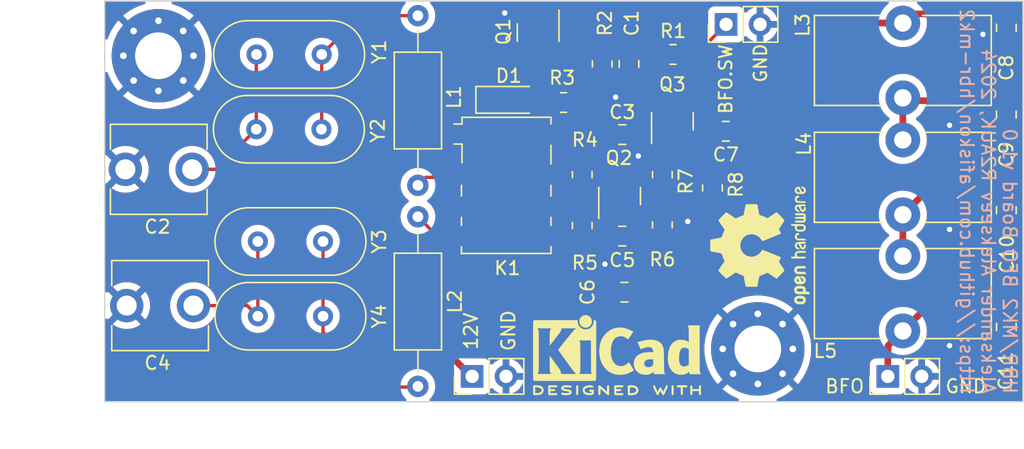
<source format=kicad_pcb>
(kicad_pcb (version 20221018) (generator pcbnew)
  (title_block (title "HBR/MK2 BFO Board") (date "2024-02-03") (rev "1.0"))
  (layers (0 "F.Cu" signal) (31 "B.Cu" signal) (34 "B.Paste" user) (35 "F.Paste" user) (36 "B.SilkS" user "B.Silkscreen") (37 "F.SilkS" user "F.Silkscreen") (38 "B.Mask" user) (39 "F.Mask" user) (44 "Edge.Cuts" user))
  (net 0 "")
  (net 1 "Net-(Q1-G)")
  (net 2 "GND")
  (net 3 "Net-(C2-Pad1)")
  (net 4 "Net-(Q2-C)")
  (net 5 "Net-(C4-Pad1)")
  (net 6 "Net-(Q2-B)")
  (net 7 "Net-(Q2-E)")
  (net 8 "Net-(Q3-E)")
  (net 9 "Net-(C7-Pad2)")
  (net 10 "Net-(C9-Pad1)")
  (net 11 "Net-(C10-Pad1)")
  (net 12 "Net-(J3-Pin_1)")
  (net 13 "+12V")
  (net 14 "Net-(D1-A)")
  (net 15 "Net-(J1-Pin_1)")
  (net 16 "Net-(K1-Pad2)")
  (net 17 "Net-(K1-Pad4)")
  (net 18 "Net-(L1-Pad2)")
  (net 19 "Net-(L2-Pad2)")
  (net 20 "Net-(Q3-B)")
  (footprint "Crystal:Crystal_HC49-U_Vertical" (layer "F.Cu") (at 101.62 88)
    (fp_text reference "Y1" (at 9.18 -0.2 90) (layer "F.SilkS"))
    (fp_text value "DNP" hide)
    (pad "1" thru_hole circle (at 0 0) (size 1.5 1.5) (drill 0.8) (layers "*.Cu" "*.Mask") (net 3 "Net-(C2-Pad1)"))
    (pad "2" thru_hole circle (at 4.88 0) (size 1.5 1.5) (drill 0.8) (layers "*.Cu" "*.Mask") (net 18 "Net-(L1-Pad2)"))
  )
  (footprint "Package_TO_SOT_SMD:SOT-23" (layer "F.Cu") (at 122.7 86.3625 -90)
    (fp_text reference "Q1" (at -0.0625 2.6 90) (layer "F.SilkS"))
    (fp_text value "2N7002" hide)
    (pad "1" smd roundrect (at -0.9375 -0.95 270) (size 1.475 0.6) (layers "F.Cu" "F.Paste" "F.Mask") (net 1 "Net-(Q1-G)"))
    (pad "2" smd roundrect (at -0.9375 0.95 270) (size 1.475 0.6) (layers "F.Cu" "F.Paste" "F.Mask") (net 2 "GND"))
    (pad "3" smd roundrect (at 0.9375 0 270) (size 1.475 0.6) (layers "F.Cu" "F.Paste" "F.Mask") (net 14 "Net-(D1-A)"))
  )
  (footprint "Resistor_SMD:R_0805_2012Metric_Pad1.20x1.40mm_HandSolder" (layer "F.Cu") (at 135.75 98 -90)
    (fp_text reference "R8" (at -0.25 -1.75 -90) (layer "F.SilkS"))
    (fp_text value "1K" hide)
    (pad "1" smd roundrect (at -1 0 270) (size 1.2 1.4) (layers "F.Cu" "F.Paste" "F.Mask") (roundrect_rratio 0.2083333333) (net 8 "Net-(Q3-E)"))
    (pad "2" smd roundrect (at 1 0 270) (size 1.2 1.4) (layers "F.Cu" "F.Paste" "F.Mask") (roundrect_rratio 0.2083333333) (net 2 "GND"))
  )
  (footprint "Resistor_SMD:R_0805_2012Metric_Pad1.20x1.40mm_HandSolder" (layer "F.Cu") (at 132.8 88 180)
    (fp_text reference "R1" (at 0 1.75) (layer "F.SilkS"))
    (fp_text value "22" hide)
    (pad "1" smd roundrect (at -1 0 180) (size 1.2 1.4) (layers "F.Cu" "F.Paste" "F.Mask") (roundrect_rratio 0.2083333333) (net 15 "Net-(J1-Pin_1)"))
    (pad "2" smd roundrect (at 1 0 180) (size 1.2 1.4) (layers "F.Cu" "F.Paste" "F.Mask") (roundrect_rratio 0.2083333333) (net 1 "Net-(Q1-G)"))
  )
  (footprint "Resistor_SMD:R_0805_2012Metric_Pad1.20x1.40mm_HandSolder" (layer "F.Cu") (at 127.5 88.7125 -90)
    (fp_text reference "R2" (at -3.05 -0.2 90) (layer "F.SilkS"))
    (fp_text value "10K" hide)
    (pad "1" smd roundrect (at -1 0 270) (size 1.2 1.4) (layers "F.Cu" "F.Paste" "F.Mask") (roundrect_rratio 0.2083333333) (net 1 "Net-(Q1-G)"))
    (pad "2" smd roundrect (at 1 0 270) (size 1.2 1.4) (layers "F.Cu" "F.Paste" "F.Mask") (roundrect_rratio 0.2083333333) (net 2 "GND"))
  )
  (footprint "Capacitor_SMD:C_0805_2012Metric_Pad1.18x1.45mm_HandSolder" (layer "F.Cu") (at 157.75 108.4 -90)
    (fp_text reference "C11" (at 3.3 0.05 90) (layer "F.SilkS"))
    (fp_text value "470p" hide)
    (pad "1" smd roundrect (at -1.0375 0 270) (size 1.175 1.45) (layers "F.Cu" "F.Paste" "F.Mask") (roundrect_rratio 0.2127659574) (net 12 "Net-(J3-Pin_1)"))
    (pad "2" smd roundrect (at 1.0375 0 270) (size 1.175 1.45) (layers "F.Cu" "F.Paste" "F.Mask") (roundrect_rratio 0.2127659574) (net 2 "GND"))
  )
  (footprint "MountingHole:MountingHole_3.5mm_Pad_Via" (layer "F.Cu") (at 139.143845 110.043845)
    (fp_text reference "H2" hide)
    (fp_text value "MountingHole_Pad" hide)
    (pad "1" thru_hole circle (at -2.625 0) (size 0.8 0.8) (drill 0.5) (layers "*.Cu" "*.Mask") (net 2 "GND"))
    (pad "1" thru_hole circle (at -1.856155 -1.856155) (size 0.8 0.8) (drill 0.5) (layers "*.Cu" "*.Mask") (net 2 "GND"))
    (pad "1" thru_hole circle (at -1.856155 1.856155) (size 0.8 0.8) (drill 0.5) (layers "*.Cu" "*.Mask") (net 2 "GND"))
    (pad "1" thru_hole circle (at 0 -2.625) (size 0.8 0.8) (drill 0.5) (layers "*.Cu" "*.Mask") (net 2 "GND"))
    (pad "1" thru_hole circle (at 0 0) (size 7 7) (drill 3.5) (layers "*.Cu" "*.Mask") (net 2 "GND"))
    (pad "1" thru_hole circle (at 0 2.625) (size 0.8 0.8) (drill 0.5) (layers "*.Cu" "*.Mask") (net 2 "GND"))
    (pad "1" thru_hole circle (at 1.856155 -1.856155) (size 0.8 0.8) (drill 0.5) (layers "*.Cu" "*.Mask") (net 2 "GND"))
    (pad "1" thru_hole circle (at 1.856155 1.856155) (size 0.8 0.8) (drill 0.5) (layers "*.Cu" "*.Mask") (net 2 "GND"))
    (pad "1" thru_hole circle (at 2.625 0) (size 0.8 0.8) (drill 0.5) (layers "*.Cu" "*.Mask") (net 2 "GND"))
  )
  (footprint "Inductor_THT:L_Toroid_Vertical_L13.0mm_W6.5mm_P5.60mm" (layer "F.Cu") (at 150 94.4)
    (fp_text reference "L4" (at -7.4 0.3 90) (layer "F.SilkS"))
    (fp_text value "T50-6" hide)
    (pad "1" thru_hole circle (at 0 0) (size 2.6 2.6) (drill 1.3) (layers "*.Cu" "*.Mask") (net 10 "Net-(C9-Pad1)"))
    (pad "2" thru_hole circle (at 0 5.6) (size 2.6 2.6) (drill 1.3) (layers "*.Cu" "*.Mask") (net 11 "Net-(C10-Pad1)"))
  )
  (footprint "Symbol:KiCad-Logo2_5mm_SilkScreen" (layer "F.Cu") (at 128.6 110.5)
    (fp_text reference "SYM1" hide)
    (fp_text value "SYM_Radio_Waves_Large" hide)
  )
  (footprint "Connector_PinHeader_2.54mm:PinHeader_1x02_P2.54mm_Vertical" (layer "F.Cu") (at 117.76 112.1 90)
    (fp_text reference "J2" hide)
    (fp_text value "Conn_01x02" hide)
    (pad "1" thru_hole rect (at 0 0 90) (size 1.7 1.7) (drill 1) (layers "*.Cu" "*.Mask") (net 13 "+12V"))
    (pad "2" thru_hole oval (at 0 2.54 90) (size 1.7 1.7) (drill 1) (layers "*.Cu" "*.Mask") (net 2 "GND"))
  )
  (footprint "Inductor_THT:L_Toroid_Vertical_L13.0mm_W6.5mm_P5.60mm" (layer "F.Cu") (at 150 85.65)
    (fp_text reference "L3" (at -7.5 0.15 90) (layer "F.SilkS"))
    (fp_text value "T50-6" hide)
    (pad "1" thru_hole circle (at 0 0) (size 2.6 2.6) (drill 1.3) (layers "*.Cu" "*.Mask") (net 9 "Net-(C7-Pad2)"))
    (pad "2" thru_hole circle (at 0 5.6) (size 2.6 2.6) (drill 1.3) (layers "*.Cu" "*.Mask") (net 10 "Net-(C9-Pad1)"))
  )
  (footprint "Symbol:OSHW-Logo2_9.8x8mm_SilkScreen" (layer "F.Cu") (at 139.3 102.3 90)
    (fp_text reference "SYM2" hide)
    (fp_text value "Logo_Open_Hardware_Small" hide)
  )
  (footprint "Relay_SMD:Relay_DPDT_Omron_G6K-2F-Y" (layer "F.Cu") (at 120.3 97.8)
    (fp_text reference "K1" (at 0.1 6.2) (layer "F.SilkS"))
    (fp_text value "G6K-2F-Y" hide)
    (pad "1" smd rect (at -3.5 -3.8) (size 1.8 0.8) (layers "F.Cu" "F.Paste" "F.Mask") (net 13 "+12V"))
    (pad "2" smd rect (at -3.5 -0.6) (size 1.8 0.8) (layers "F.Cu" "F.Paste" "F.Mask") (net 16 "Net-(K1-Pad2)"))
    (pad "3" smd rect (at -3.5 1.6) (size 1.8 0.8) (layers "F.Cu" "F.Paste" "F.Mask") (net 6 "Net-(Q2-B)"))
    (pad "4" smd rect (at -3.5 3.8) (size 1.8 0.8) (layers "F.Cu" "F.Paste" "F.Mask") (net 17 "Net-(K1-Pad4)"))
    (pad "5" smd rect (at 3.5 3.8) (size 1.8 0.8) (layers "F.Cu" "F.Paste" "F.Mask") (net 17 "Net-(K1-Pad4)"))
    (pad "6" smd rect (at 3.5 1.6) (size 1.8 0.8) (layers "F.Cu" "F.Paste" "F.Mask") (net 6 "Net-(Q2-B)"))
    (pad "7" smd rect (at 3.5 -0.6) (size 1.8 0.8) (layers "F.Cu" "F.Paste" "F.Mask") (net 16 "Net-(K1-Pad2)"))
    (pad "8" smd rect (at 3.5 -3.8) (size 1.8 0.8) (layers "F.Cu" "F.Paste" "F.Mask") (net 14 "Net-(D1-A)"))
  )
  (footprint "Resistor_SMD:R_0805_2012Metric_Pad1.20x1.40mm_HandSolder" (layer "F.Cu") (at 132 97 90)
    (fp_text reference "R7" (at -0.5 1.75 90) (layer "F.SilkS"))
    (fp_text value "1K" hide)
    (pad "1" smd roundrect (at -1 0 90) (size 1.2 1.4) (layers "F.Cu" "F.Paste" "F.Mask") (roundrect_rratio 0.2083333333) (net 7 "Net-(Q2-E)"))
    (pad "2" smd roundrect (at 1 0 90) (size 1.2 1.4) (layers "F.Cu" "F.Paste" "F.Mask") (roundrect_rratio 0.2083333333) (net 20 "Net-(Q3-B)"))
  )
  (footprint "Resistor_SMD:R_0805_2012Metric_Pad1.20x1.40mm_HandSolder" (layer "F.Cu") (at 132 100.75 -90)
    (fp_text reference "R6" (at 2.6 0 -180) (layer "F.SilkS"))
    (fp_text value "1K" hide)
    (pad "1" smd roundrect (at -1 0 270) (size 1.2 1.4) (layers "F.Cu" "F.Paste" "F.Mask") (roundrect_rratio 0.2083333333) (net 7 "Net-(Q2-E)"))
    (pad "2" smd roundrect (at 1 0 270) (size 1.2 1.4) (layers "F.Cu" "F.Paste" "F.Mask") (roundrect_rratio 0.2083333333) (net 2 "GND"))
  )
  (footprint "Capacitor_SMD:C_0805_2012Metric_Pad1.18x1.45mm_HandSolder" (layer "F.Cu") (at 129 94)
    (fp_text reference "C3" (at 0 -1.68) (layer "F.SilkS"))
    (fp_text value "0.1u" hide)
    (pad "1" smd roundrect (at -1.0375 0) (size 1.175 1.45) (layers "F.Cu" "F.Paste" "F.Mask") (roundrect_rratio 0.2127659574) (net 4 "Net-(Q2-C)"))
    (pad "2" smd roundrect (at 1.0375 0) (size 1.175 1.45) (layers "F.Cu" "F.Paste" "F.Mask") (roundrect_rratio 0.2127659574) (net 2 "GND"))
  )
  (footprint "My_Library:C_Trim_THD_L7.0mm_W6.5mm_P5.00mm" (layer "F.Cu") (at 96.8 96.6 180)
    (fp_text reference "C2" (at 2.6 -4.3) (layer "F.SilkS"))
    (fp_text value "1-30p" hide)
    (pad "1" thru_hole circle (at 0 0 180) (size 2.5 2.5) (drill 1.5) (layers "*.Cu" "*.Mask") (net 3 "Net-(C2-Pad1)"))
    (pad "2" thru_hole circle (at 5 0 180) (size 2.5 2.5) (drill 1.5) (layers "*.Cu" "*.Mask") (net 2 "GND"))
  )
  (footprint "Capacitor_SMD:C_0805_2012Metric_Pad1.18x1.45mm_HandSolder" (layer "F.Cu") (at 157.75 99.6625 -90)
    (fp_text reference "C10" (at 3.3 -0.05 -90) (layer "F.SilkS"))
    (fp_text value "680p" hide)
    (pad "1" smd roundrect (at -1.0375 0 270) (size 1.175 1.45) (layers "F.Cu" "F.Paste" "F.Mask") (roundrect_rratio 0.2127659574) (net 11 "Net-(C10-Pad1)"))
    (pad "2" smd roundrect (at 1.0375 0 270) (size 1.175 1.45) (layers "F.Cu" "F.Paste" "F.Mask") (roundrect_rratio 0.2127659574) (net 2 "GND"))
  )
  (footprint "Crystal:Crystal_HC49-U_Vertical" (layer "F.Cu") (at 101.72 102)
    (fp_text reference "Y3" (at 9.08 0 90) (layer "F.SilkS"))
    (fp_text value "9.000" hide)
    (pad "1" thru_hole circle (at 0 0) (size 1.5 1.5) (drill 0.8) (layers "*.Cu" "*.Mask") (net 5 "Net-(C4-Pad1)"))
    (pad "2" thru_hole circle (at 4.88 0) (size 1.5 1.5) (drill 0.8) (layers "*.Cu" "*.Mask") (net 19 "Net-(L2-Pad2)"))
  )
  (footprint "Resistor_SMD:R_0805_2012Metric_Pad1.20x1.40mm_HandSolder" (layer "F.Cu") (at 124.6 91.6)
    (fp_text reference "R3" (at -0.1 -1.85 180) (layer "F.SilkS"))
    (fp_text value "22" hide)
    (pad "1" smd roundrect (at -1 0) (size 1.2 1.4) (layers "F.Cu" "F.Paste" "F.Mask") (roundrect_rratio 0.2083333333) (net 13 "+12V"))
    (pad "2" smd roundrect (at 1 0) (size 1.2 1.4) (layers "F.Cu" "F.Paste" "F.Mask") (roundrect_rratio 0.2083333333) (net 4 "Net-(Q2-C)"))
  )
  (footprint "Diode_SMD:D_SOD-123" (layer "F.Cu") (at 120.4 91.4)
    (fp_text reference "D1" (at 0.1 -1.8 180) (layer "F.SilkS"))
    (fp_text value "1N4148W" hide)
    (pad "1" smd roundrect (at -1.65 0) (size 0.9 1.2) (layers "F.Cu" "F.Paste" "F.Mask") (net 13 "+12V"))
    (pad "2" smd roundrect (at 1.65 0) (size 0.9 1.2) (layers "F.Cu" "F.Paste" "F.Mask") (net 14 "Net-(D1-A)"))
  )
  (footprint "Connector_PinHeader_2.54mm:PinHeader_1x02_P2.54mm_Vertical" (layer "F.Cu") (at 148.875 112.1 90)
    (fp_text reference "J3" hide)
    (fp_text value "Conn_01x02" hide)
    (pad "1" thru_hole rect (at 0 0 90) (size 1.7 1.7) (drill 1) (layers "*.Cu" "*.Mask") (net 12 "Net-(J3-Pin_1)"))
    (pad "2" thru_hole oval (at 0 2.54 90) (size 1.7 1.7) (drill 1) (layers "*.Cu" "*.Mask") (net 2 "GND"))
  )
  (footprint "Inductor_THT:L_Axial_L7.0mm_D3.3mm_P12.70mm_Horizontal_Fastron_MICC" (layer "F.Cu") (at 113.7 100.15 -90)
    (fp_text reference "L2" (at 6.35 -2.77 90) (layer "F.SilkS"))
    (fp_text value "10u" hide)
    (pad "1" thru_hole circle (at 0 0 270) (size 1.6 1.6) (drill 0.8) (layers "*.Cu" "*.Mask") (net 17 "Net-(K1-Pad4)"))
    (pad "2" thru_hole oval (at 12.7 0 270) (size 1.6 1.6) (drill 0.8) (layers "*.Cu" "*.Mask") (net 19 "Net-(L2-Pad2)"))
  )
  (footprint "Capacitor_SMD:C_0805_2012Metric_Pad1.18x1.45mm_HandSolder" (layer "F.Cu") (at 136.75 93.75)
    (fp_text reference "C7" (at 0 1.75) (layer "F.SilkS"))
    (fp_text value "0.1u" hide)
    (pad "1" smd roundrect (at -1.0375 0) (size 1.175 1.45) (layers "F.Cu" "F.Paste" "F.Mask") (roundrect_rratio 0.2127659574) (net 8 "Net-(Q3-E)"))
    (pad "2" smd roundrect (at 1.0375 0) (size 1.175 1.45) (layers "F.Cu" "F.Paste" "F.Mask") (roundrect_rratio 0.2127659574) (net 9 "Net-(C7-Pad2)"))
  )
  (footprint "Capacitor_SMD:C_0805_2012Metric_Pad1.18x1.45mm_HandSolder" (layer "F.Cu") (at 129 101.6)
    (fp_text reference "C5" (at 0 1.8) (layer "F.SilkS"))
    (fp_text value "150p" hide)
    (pad "1" smd roundrect (at -1.0375 0) (size 1.175 1.45) (layers "F.Cu" "F.Paste" "F.Mask") (roundrect_rratio 0.2127659574) (net 6 "Net-(Q2-B)"))
    (pad "2" smd roundrect (at 1.0375 0) (size 1.175 1.45) (layers "F.Cu" "F.Paste" "F.Mask") (roundrect_rratio 0.2127659574) (net 7 "Net-(Q2-E)"))
  )
  (footprint "Capacitor_SMD:C_0805_2012Metric_Pad1.18x1.45mm_HandSolder" (layer "F.Cu") (at 157.75 86 -90)
    (fp_text reference "C8" (at 3 0 -90) (layer "F.SilkS"))
    (fp_text value "470p" hide)
    (pad "1" smd roundrect (at -1.0375 0 270) (size 1.175 1.45) (layers "F.Cu" "F.Paste" "F.Mask") (roundrect_rratio 0.2127659574) (net 9 "Net-(C7-Pad2)"))
    (pad "2" smd roundrect (at 1.0375 0 270) (size 1.175 1.45) (layers "F.Cu" "F.Paste" "F.Mask") (roundrect_rratio 0.2127659574) (net 2 "GND"))
  )
  (footprint "Crystal:Crystal_HC49-U_Vertical" (layer "F.Cu") (at 101.72 107.6)
    (fp_text reference "Y4" (at 9.08 0 90) (layer "F.SilkS"))
    (fp_text value "9.000" hide)
    (pad "1" thru_hole circle (at 0 0) (size 1.5 1.5) (drill 0.8) (layers "*.Cu" "*.Mask") (net 5 "Net-(C4-Pad1)"))
    (pad "2" thru_hole circle (at 4.88 0) (size 1.5 1.5) (drill 0.8) (layers "*.Cu" "*.Mask") (net 19 "Net-(L2-Pad2)"))
  )
  (footprint "Capacitor_SMD:C_0805_2012Metric_Pad1.18x1.45mm_HandSolder" (layer "F.Cu") (at 157.75 92.5 -90)
    (fp_text reference "C9" (at 3 0 90) (layer "F.SilkS"))
    (fp_text value "680p" hide)
    (pad "1" smd roundrect (at -1.0375 0 270) (size 1.175 1.45) (layers "F.Cu" "F.Paste" "F.Mask") (roundrect_rratio 0.2127659574) (net 10 "Net-(C9-Pad1)"))
    (pad "2" smd roundrect (at 1.0375 0 270) (size 1.175 1.45) (layers "F.Cu" "F.Paste" "F.Mask") (roundrect_rratio 0.2127659574) (net 2 "GND"))
  )
  (footprint "Connector_PinHeader_2.54mm:PinHeader_1x02_P2.54mm_Vertical" (layer "F.Cu") (at 136.775 85.75 90)
    (fp_text reference "J1" hide)
    (fp_text value "Conn_01x02" hide)
    (pad "1" thru_hole rect (at 0 0 90) (size 1.7 1.7) (drill 1) (layers "*.Cu" "*.Mask") (net 15 "Net-(J1-Pin_1)"))
    (pad "2" thru_hole oval (at 0 2.54 90) (size 1.7 1.7) (drill 1) (layers "*.Cu" "*.Mask") (net 2 "GND"))
  )
  (footprint "Package_TO_SOT_SMD:SOT-23" (layer "F.Cu") (at 128.8 98.6 90)
    (fp_text reference "Q2" (at 2.85 -0.05) (layer "F.SilkS"))
    (fp_text value "MMBT3904" hide)
    (pad "1" smd roundrect (at -0.9375 -0.95 90) (size 1.475 0.6) (layers "F.Cu" "F.Paste" "F.Mask") (net 6 "Net-(Q2-B)"))
    (pad "2" smd roundrect (at -0.9375 0.95 90) (size 1.475 0.6) (layers "F.Cu" "F.Paste" "F.Mask") (net 7 "Net-(Q2-E)"))
    (pad "3" smd roundrect (at 0.9375 0 90) (size 1.475 0.6) (layers "F.Cu" "F.Paste" "F.Mask") (net 4 "Net-(Q2-C)"))
  )
  (footprint "Inductor_THT:L_Axial_L7.0mm_D3.3mm_P12.70mm_Horizontal_Fastron_MICC" (layer "F.Cu") (at 113.7 97.8 90)
    (fp_text reference "L1" (at 6.6 2.7 90) (layer "F.SilkS"))
    (fp_text value "18u" hide)
    (pad "1" thru_hole circle (at 0 0 90) (size 1.6 1.6) (drill 0.8) (layers "*.Cu" "*.Mask") (net 16 "Net-(K1-Pad2)"))
    (pad "2" thru_hole oval (at 12.7 0 90) (size 1.6 1.6) (drill 0.8) (layers "*.Cu" "*.Mask") (net 18 "Net-(L1-Pad2)"))
  )
  (footprint "MountingHole:MountingHole_3.5mm_Pad_Via" (layer "F.Cu") (at 94.275 88.1)
    (fp_text reference "H1" hide)
    (fp_text value "MountingHole_Pad" hide)
    (pad "1" thru_hole circle (at -2.625 0) (size 0.8 0.8) (drill 0.5) (layers "*.Cu" "*.Mask") (net 2 "GND"))
    (pad "1" thru_hole circle (at -1.856155 -1.856155) (size 0.8 0.8) (drill 0.5) (layers "*.Cu" "*.Mask") (net 2 "GND"))
    (pad "1" thru_hole circle (at -1.856155 1.856155) (size 0.8 0.8) (drill 0.5) (layers "*.Cu" "*.Mask") (net 2 "GND"))
    (pad "1" thru_hole circle (at 0 -2.625) (size 0.8 0.8) (drill 0.5) (layers "*.Cu" "*.Mask") (net 2 "GND"))
    (pad "1" thru_hole circle (at 0 0) (size 7 7) (drill 3.5) (layers "*.Cu" "*.Mask") (net 2 "GND"))
    (pad "1" thru_hole circle (at 0 2.625) (size 0.8 0.8) (drill 0.5) (layers "*.Cu" "*.Mask") (net 2 "GND"))
    (pad "1" thru_hole circle (at 1.856155 -1.856155) (size 0.8 0.8) (drill 0.5) (layers "*.Cu" "*.Mask") (net 2 "GND"))
    (pad "1" thru_hole circle (at 1.856155 1.856155) (size 0.8 0.8) (drill 0.5) (layers "*.Cu" "*.Mask") (net 2 "GND"))
    (pad "1" thru_hole circle (at 2.625 0) (size 0.8 0.8) (drill 0.5) (layers "*.Cu" "*.Mask") (net 2 "GND"))
  )
  (footprint "Package_TO_SOT_SMD:SOT-23" (layer "F.Cu") (at 132.75 93 90)
    (fp_text reference "Q3" (at 2.75 0 180) (layer "F.SilkS"))
    (fp_text value "MMBT3904" hide)
    (pad "1" smd roundrect (at -0.9375 -0.95 90) (size 1.475 0.6) (layers "F.Cu" "F.Paste" "F.Mask") (net 20 "Net-(Q3-B)"))
    (pad "2" smd roundrect (at -0.9375 0.95 90) (size 1.475 0.6) (layers "F.Cu" "F.Paste" "F.Mask") (net 8 "Net-(Q3-E)"))
    (pad "3" smd roundrect (at 0.9375 0 90) (size 1.475 0.6) (layers "F.Cu" "F.Paste" "F.Mask") (net 4 "Net-(Q2-C)"))
  )
  (footprint "Crystal:Crystal_HC49-U_Vertical" (layer "F.Cu") (at 101.6 93.6)
    (fp_text reference "Y2" (at 9.1 0.1 90) (layer "F.SilkS"))
    (fp_text value "9.000" hide)
    (pad "1" thru_hole circle (at 0 0) (size 1.5 1.5) (drill 0.8) (layers "*.Cu" "*.Mask") (net 3 "Net-(C2-Pad1)"))
    (pad "2" thru_hole circle (at 4.88 0) (size 1.5 1.5) (drill 0.8) (layers "*.Cu" "*.Mask") (net 18 "Net-(L1-Pad2)"))
  )
  (footprint "Inductor_THT:L_Toroid_Vertical_L13.0mm_W6.5mm_P5.60mm" (layer "F.Cu") (at 150 103.1)
    (fp_text reference "L5" (at -5.8 7.1 180) (layer "F.SilkS"))
    (fp_text value "T50-6" hide)
    (pad "1" thru_hole circle (at 0 0) (size 2.6 2.6) (drill 1.3) (layers "*.Cu" "*.Mask") (net 11 "Net-(C10-Pad1)"))
    (pad "2" thru_hole circle (at 0 5.6) (size 2.6 2.6) (drill 1.3) (layers "*.Cu" "*.Mask") (net 12 "Net-(J3-Pin_1)"))
  )
  (footprint "Capacitor_SMD:C_0805_2012Metric_Pad1.18x1.45mm_HandSolder" (layer "F.Cu") (at 129.1625 105.8 180)
    (fp_text reference "C6" (at 2.7625 0 90) (layer "F.SilkS"))
    (fp_text value "150p" hide)
    (pad "1" smd roundrect (at -1.0375 0 180) (size 1.175 1.45) (layers "F.Cu" "F.Paste" "F.Mask") (roundrect_rratio 0.2127659574) (net 7 "Net-(Q2-E)"))
    (pad "2" smd roundrect (at 1.0375 0 180) (size 1.175 1.45) (layers "F.Cu" "F.Paste" "F.Mask") (roundrect_rratio 0.2127659574) (net 2 "GND"))
  )
  (footprint "Capacitor_SMD:C_0805_2012Metric_Pad1.18x1.45mm_HandSolder" (layer "F.Cu") (at 129.5 88.7125 -90)
    (fp_text reference "C1" (at -3.05 -0.2 -90) (layer "F.SilkS"))
    (fp_text value "0.1u" hide)
    (pad "1" smd roundrect (at -1.0375 0 270) (size 1.175 1.45) (layers "F.Cu" "F.Paste" "F.Mask") (roundrect_rratio 0.2127659574) (net 1 "Net-(Q1-G)"))
    (pad "2" smd roundrect (at 1.0375 0 270) (size 1.175 1.45) (layers "F.Cu" "F.Paste" "F.Mask") (roundrect_rratio 0.2127659574) (net 2 "GND"))
  )
  (footprint "Resistor_SMD:R_0805_2012Metric_Pad1.20x1.40mm_HandSolder" (layer "F.Cu") (at 126 97 -90)
    (fp_text reference "R4" (at -2.6 -0.2 -180) (layer "F.SilkS"))
    (fp_text value "10K" hide)
    (pad "1" smd roundrect (at -1 0 270) (size 1.2 1.4) (layers "F.Cu" "F.Paste" "F.Mask") (roundrect_rratio 0.2083333333) (net 4 "Net-(Q2-C)"))
    (pad "2" smd roundrect (at 1 0 270) (size 1.2 1.4) (layers "F.Cu" "F.Paste" "F.Mask") (roundrect_rratio 0.2083333333) (net 6 "Net-(Q2-B)"))
  )
  (footprint "My_Library:C_Trim_THD_L7.0mm_W6.5mm_P5.00mm" (layer "F.Cu") (at 96.9 106.8 180)
    (fp_text reference "C4" (at 2.7 -4.3) (layer "F.SilkS"))
    (fp_text value "1-30p" hide)
    (pad "1" thru_hole circle (at 0 0 180) (size 2.5 2.5) (drill 1.5) (layers "*.Cu" "*.Mask") (net 5 "Net-(C4-Pad1)"))
    (pad "2" thru_hole circle (at 5 0 180) (size 2.5 2.5) (drill 1.5) (layers "*.Cu" "*.Mask") (net 2 "GND"))
  )
  (footprint "Resistor_SMD:R_0805_2012Metric_Pad1.20x1.40mm_HandSolder" (layer "F.Cu") (at 126 100.8 -90)
    (fp_text reference "R5" (at 2.8 -0.2 -180) (layer "F.SilkS"))
    (fp_text value "10K" hide)
    (pad "1" smd roundrect (at -1 0 270) (size 1.2 1.4) (layers "F.Cu" "F.Paste" "F.Mask") (roundrect_rratio 0.2083333333) (net 6 "Net-(Q2-B)"))
    (pad "2" smd roundrect (at 1 0 270) (size 1.2 1.4) (layers "F.Cu" "F.Paste" "F.Mask") (roundrect_rratio 0.2083333333) (net 2 "GND"))
  )
  (gr_line (start 90.25 84) (end 159 84) (stroke (width 0.1)) (layer "Edge.Cuts"))
  (gr_line (start 159 114) (end 159 84) (stroke (width 0.1)) (layer "Edge.Cuts"))
  (gr_line (start 159 114) (end 90.25 114) (stroke (width 0.1)) (layer "Edge.Cuts"))
  (gr_line (start 90.25 114) (end 90.25 84) (stroke (width 0.1)) (layer "Edge.Cuts"))
  (gr_text "HBR/MK2 BFO Board v1.0\nAleksander Alekseev R2AUK, 2024\nhttps://github.com/afiskon/hbr-mk2" (at 154.2 113.5 270) (layer "B.SilkS") (effects (font (size 1 1)) (justify left bottom mirror)))
  (gr_text "GND" (at 153.1 113.43) (layer "F.SilkS") (effects (font (size 1 1)) (justify left bottom)))
  (gr_text "GND" (at 121.06 110.3 90) (layer "F.SilkS") (effects (font (size 1 1)) (justify left bottom)))
  (gr_text "GND" (at 139.9 90.2 90) (layer "F.SilkS") (effects (font (size 0.95 0.95)) (justify left bottom)))
  (gr_text "12V" (at 118.26 110.2 90) (layer "F.SilkS") (effects (font (size 1 1)) (justify left bottom)))
  (gr_text "BFO" (at 144.1 113.43) (layer "F.SilkS") (effects (font (size 1 1)) (justify left bottom)))
  (gr_text "BFO.SW" (at 137.3 92.55 90) (layer "F.SilkS") (effects (font (size 0.95 0.95)) (justify left bottom)))
  (segment (start 129.5 87.675) (end 129.825 88) (width 0.25) (layer "F.Cu") (net 1))
  (segment (start 129.825 88) (end 131.8 88) (width 0.25) (layer "F.Cu") (net 1))
  (segment (start 129.4625 87.7125) (end 129.5 87.675) (width 0.25) (layer "F.Cu") (net 1))
  (segment (start 127.5 87.3) (end 127.5 87.7125) (width 0.25) (layer "F.Cu") (net 1))
  (segment (start 127.5 87.7125) (end 129.4625 87.7125) (width 0.25) (layer "F.Cu") (net 1))
  (segment (start 125.625 85.425) (end 127.5 87.3) (width 0.25) (layer "F.Cu") (net 1))
  (segment (start 123.65 85.425) (end 125.625 85.425) (width 0.25) (layer "F.Cu") (net 1))
  (via (at 128.5 91.2) (size 0.8) (drill 0.4) (layers "F.Cu" "B.Cu") (net 2))
  (via (at 156 86.5) (size 0.8) (drill 0.4) (layers "F.Cu" "B.Cu") (net 2))
  (via (at 153.5 101.1) (size 0.8) (drill 0.4) (layers "F.Cu" "B.Cu") (net 2))
  (via (at 130.2 95.6) (size 0.8) (drill 0.4) (layers "F.Cu" "B.Cu") (net 2))
  (via (at 133.9 100.5) (size 0.8) (drill 0.4) (layers "F.Cu" "B.Cu") (net 2))
  (via (at 120.2 84.9) (size 0.8) (drill 0.4) (layers "F.Cu" "B.Cu") (net 2))
  (via (at 153.5 93.3) (size 0.8) (drill 0.4) (layers "F.Cu" "B.Cu") (net 2))
  (via (at 127.7 103.7) (size 0.8) (drill 0.4) (layers "F.Cu" "B.Cu") (net 2))
  (via (at 153.5 109.8) (size 0.8) (drill 0.4) (layers "F.Cu" "B.Cu") (net 2))
  (segment (start 96.8 96.6) (end 98.6 96.6) (width 0.25) (layer "F.Cu") (net 3))
  (segment (start 101.6 88.02) (end 101.62 88) (width 0.25) (layer "F.Cu") (net 3))
  (segment (start 101.6 93.6) (end 101.6 88.02) (width 0.25) (layer "F.Cu") (net 3))
  (segment (start 98.6 96.6) (end 101.6 93.6) (width 0.25) (layer "F.Cu") (net 3))
  (segment (start 129.9 92.0625) (end 132.75 92.0625) (width 0.25) (layer "F.Cu") (net 4))
  (segment (start 128.8 97.6625) (end 127.1375 96) (width 0.25) (layer "F.Cu") (net 4))
  (segment (start 127.9625 94) (end 127.9625 93.9625) (width 0.25) (layer "F.Cu") (net 4))
  (segment (start 127.9625 94) (end 129.9 92.0625) (width 0.25) (layer "F.Cu") (net 4))
  (segment (start 126 96) (end 127.9625 94.0375) (width 0.25) (layer "F.Cu") (net 4))
  (segment (start 127.9625 93.9625) (end 125.6 91.6) (width 0.25) (layer "F.Cu") (net 4))
  (segment (start 127.1375 96) (end 126 96) (width 0.25) (layer "F.Cu") (net 4))
  (segment (start 127.9625 94.0375) (end 127.9625 94) (width 0.25) (layer "F.Cu") (net 4))
  (segment (start 96.9 106.8) (end 100.92 106.8) (width 0.25) (layer "F.Cu") (net 5))
  (segment (start 101.72 107.6) (end 101.72 102) (width 0.25) (layer "F.Cu") (net 5))
  (segment (start 100.92 106.8) (end 101.72 107.6) (width 0.25) (layer "F.Cu") (net 5))
  (segment (start 127.9625 99.65) (end 127.85 99.5375) (width 0.25) (layer "F.Cu") (net 6))
  (segment (start 116.8 99.4) (end 123.8 99.4) (width 0.5) (layer "F.Cu") (net 6))
  (segment (start 123.8 99.4) (end 125.6 99.4) (width 0.25) (layer "F.Cu") (net 6))
  (segment (start 125.6 99.4) (end 126 99.8) (width 0.25) (layer "F.Cu") (net 6))
  (segment (start 126 99.8) (end 127.5875 99.8) (width 0.25) (layer "F.Cu") (net 6))
  (segment (start 126 99.8) (end 126 98) (width 0.25) (layer "F.Cu") (net 6))
  (segment (start 127.5875 99.8) (end 127.85 99.5375) (width 0.25) (layer "F.Cu") (net 6))
  (segment (start 127.9625 101.6) (end 127.9625 99.65) (width 0.25) (layer "F.Cu") (net 6))
  (segment (start 132 99.75) (end 132 98) (width 0.25) (layer "F.Cu") (net 7))
  (segment (start 130.2 105.8) (end 130.2 101.7625) (width 0.25) (layer "F.Cu") (net 7))
  (segment (start 131.7875 99.5375) (end 132 99.75) (width 0.25) (layer "F.Cu") (net 7))
  (segment (start 130.0375 99.825) (end 129.75 99.5375) (width 0.25) (layer "F.Cu") (net 7))
  (segment (start 130.2 101.7625) (end 130.0375 101.6) (width 0.25) (layer "F.Cu") (net 7))
  (segment (start 130.0375 101.6) (end 130.0375 99.825) (width 0.25) (layer "F.Cu") (net 7))
  (segment (start 129.75 99.5375) (end 131.7875 99.5375) (width 0.25) (layer "F.Cu") (net 7))
  (segment (start 133.7 93.9375) (end 135.525 93.9375) (width 0.25) (layer "F.Cu") (net 8))
  (segment (start 135.525 93.9375) (end 135.7125 93.75) (width 0.25) (layer "F.Cu") (net 8))
  (segment (start 135.75 93.7875) (end 135.7125 93.75) (width 0.25) (layer "F.Cu") (net 8))
  (segment (start 135.75 97) (end 135.75 93.7875) (width 0.25) (layer "F.Cu") (net 8))
  (segment (start 137.7875 93.75) (end 137.7875 92.0125) (width 0.5) (layer "F.Cu") (net 9))
  (segment (start 137.7875 92.0125) (end 144.15 85.65) (width 0.5) (layer "F.Cu") (net 9))
  (segment (start 144.15 85.65) (end 150 85.65) (width 0.5) (layer "F.Cu") (net 9))
  (segment (start 157.75 84.9625) (end 150.6875 84.9625) (width 0.5) (layer "F.Cu") (net 9))
  (segment (start 150.6875 84.9625) (end 150 85.65) (width 0.25) (layer "F.Cu") (net 9))
  (segment (start 150 91.25) (end 150 94.4) (width 0.5) (layer "F.Cu") (net 10))
  (segment (start 150.2125 91.4625) (end 150 91.25) (width 0.25) (layer "F.Cu") (net 10))
  (segment (start 157.75 91.4625) (end 150.2125 91.4625) (width 0.5) (layer "F.Cu") (net 10))
  (segment (start 150 100) (end 150 103.1) (width 0.5) (layer "F.Cu") (net 11))
  (segment (start 151.375 98.625) (end 150 100) (width 0.5) (layer "F.Cu") (net 11))
  (segment (start 157.75 98.625) (end 151.375 98.625) (width 0.5) (layer "F.Cu") (net 11))
  (segment (start 148.9 109.8) (end 148.9 110.1) (width 0.5) (layer "F.Cu") (net 12))
  (segment (start 157.75 107.3625) (end 151.3375 107.3625) (width 0.5) (layer "F.Cu") (net 12))
  (segment (start 151.3375 107.3625) (end 150 108.7) (width 0.5) (layer "F.Cu") (net 12))
  (segment (start 150 108.7) (end 148.9 109.8) (width 0.5) (layer "F.Cu") (net 12))
  (segment (start 148.875 110.125) (end 148.875 112.1) (width 0.5) (layer "F.Cu") (net 12))
  (segment (start 148.9 110.1) (end 148.875 110.125) (width 0.5) (layer "F.Cu") (net 12))
  (segment (start 111.3 105.7) (end 117.7 112.1) (width 0.5) (layer "F.Cu") (net 13))
  (segment (start 122.4 92.8) (end 123.6 91.6) (width 0.5) (layer "F.Cu") (net 13))
  (segment (start 111.3 97.2) (end 111.3 105.7) (width 0.5) (layer "F.Cu") (net 13))
  (segment (start 118.75 91.4) (end 120.15 92.8) (width 0.5) (layer "F.Cu") (net 13))
  (segment (start 116.8 94) (end 116.8 93.35) (width 0.5) (layer "F.Cu") (net 13))
  (segment (start 114.5 94) (end 111.3 97.2) (width 0.5) (layer "F.Cu") (net 13))
  (segment (start 116.8 94) (end 114.5 94) (width 0.5) (layer "F.Cu") (net 13))
  (segment (start 117.7 112.1) (end 117.76 112.1) (width 0.5) (layer "F.Cu") (net 13))
  (segment (start 120.15 92.8) (end 122.4 92.8) (width 0.5) (layer "F.Cu") (net 13))
  (segment (start 116.8 93.35) (end 118.75 91.4) (width 0.5) (layer "F.Cu") (net 13))
  (segment (start 123.7701 90) (end 124.6 90.8299) (width 0.25) (layer "F.Cu") (net 14))
  (segment (start 122.05 90.65) (end 122.7 90) (width 0.25) (layer "F.Cu") (net 14))
  (segment (start 122.05 91.4) (end 122.05 90.65) (width 0.25) (layer "F.Cu") (net 14))
  (segment (start 122.7 90) (end 123.7701 90) (width 0.25) (layer "F.Cu") (net 14))
  (segment (start 124.6 90.8299) (end 124.6 93.2) (width 0.25) (layer "F.Cu") (net 14))
  (segment (start 122.7 87.3) (end 122.7 90) (width 0.25) (layer "F.Cu") (net 14))
  (segment (start 124.6 93.2) (end 123.8 94) (width 0.25) (layer "F.Cu") (net 14))
  (segment (start 134.525 88) (end 136.775 85.75) (width 0.25) (layer "F.Cu") (net 15))
  (segment (start 133.8 88) (end 134.525 88) (width 0.25) (layer "F.Cu") (net 15))
  (segment (start 114.3 97.2) (end 116.8 97.2) (width 0.25) (layer "F.Cu") (net 16))
  (segment (start 113.7 97.8) (end 114.3 97.2) (width 0.25) (layer "F.Cu") (net 16))
  (segment (start 116.8 97.2) (end 123.8 97.2) (width 0.5) (layer "F.Cu") (net 16))
  (segment (start 116.4 97.2) (end 116.8 97.2) (width 0.25) (layer "F.Cu") (net 16))
  (segment (start 113.7 100.15) (end 115.15 101.6) (width 0.25) (layer "F.Cu") (net 17))
  (segment (start 115.15 101.6) (end 116.8 101.6) (width 0.25) (layer "F.Cu") (net 17))
  (segment (start 116.8 101.6) (end 123.8 101.6) (width 0.5) (layer "F.Cu") (net 17))
  (segment (start 106.5 93.58) (end 106.48 93.6) (width 0.25) (layer "F.Cu") (net 18))
  (segment (start 106.5 88) (end 106.5 93.58) (width 0.25) (layer "F.Cu") (net 18))
  (segment (start 109.4 85.1) (end 113.7 85.1) (width 0.25) (layer "F.Cu") (net 18))
  (segment (start 106.5 88) (end 109.4 85.1) (width 0.25) (layer "F.Cu") (net 18))
  (segment (start 106.6 107.6) (end 106.6 102) (width 0.25) (layer "F.Cu") (net 19))
  (segment (start 113.65 112.9) (end 113.7 112.85) (width 0.25) (layer "F.Cu") (net 19))
  (segment (start 110.7 112.9) (end 113.65 112.9) (width 0.25) (layer "F.Cu") (net 19))
  (segment (start 106.6 108.8) (end 110.7 112.9) (width 0.25) (layer "F.Cu") (net 19))
  (segment (start 106.6 107.6) (end 106.6 108.8) (width 0.25) (layer "F.Cu") (net 19))
  (segment (start 132 94.1375) (end 131.8 93.9375) (width 0.25) (layer "F.Cu") (net 20))
  (segment (start 132 96) (end 132 94.1375) (width 0.25) (layer "F.Cu") (net 20))
  (zone (net 2) (net_name "GND") (layers "F&B.Cu") (connect_pads (clearance 0.5)) (min_thickness 0.25) (fill yes (thermal_gap 0.5) (thermal_bridge_width 0.5))
    (polygon (pts (xy 90.2 114) (xy 90.2 84) (xy 159 84) (xy 159 114)))
  )
)
</source>
